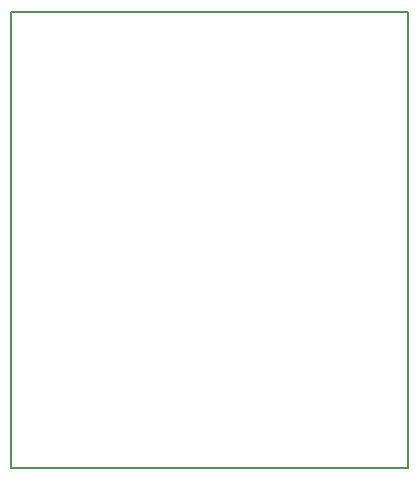
<source format=gm1>
G04 MADE WITH FRITZING*
G04 WWW.FRITZING.ORG*
G04 DOUBLE SIDED*
G04 HOLES PLATED*
G04 CONTOUR ON CENTER OF CONTOUR VECTOR*
%ASAXBY*%
%FSLAX23Y23*%
%MOIN*%
%OFA0B0*%
%SFA1.0B1.0*%
%ADD10R,1.331660X1.529460*%
%ADD11C,0.008000*%
%ADD10C,0.008*%
%LNCONTOUR*%
G90*
G70*
G54D10*
G54D11*
X4Y1525D02*
X1328Y1525D01*
X1328Y4D01*
X4Y4D01*
X4Y1525D01*
D02*
G04 End of contour*
M02*
</source>
